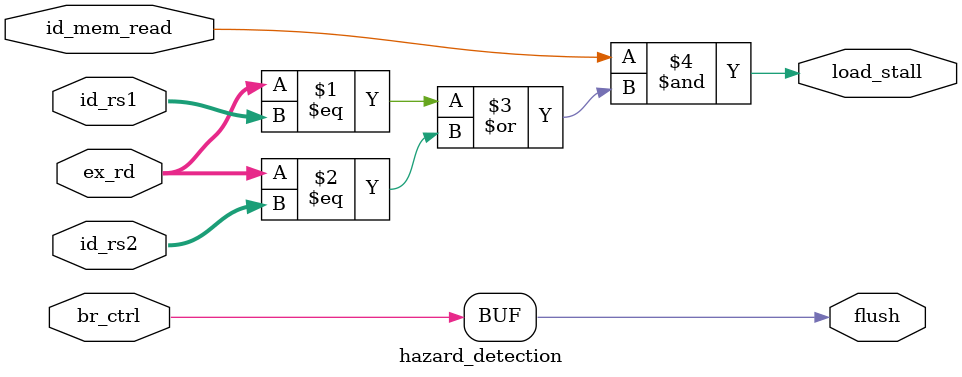
<source format=v>
module hazard_detection(
    input  wire      id_mem_read,
    input  wire[4:0] id_rs1,
    input  wire[4:0] id_rs2,
    input  wire[4:0] ex_rd,
    input  wire      br_ctrl,
    output wire      load_stall,
    output wire      flush
);
assign load_stall = id_mem_read & (ex_rd == id_rs1 | ex_rd == id_rs2);
assign flush      = br_ctrl;


endmodule
</source>
